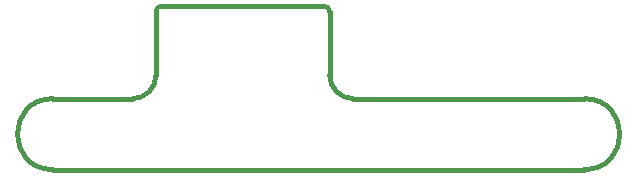
<source format=gm1>
G04 #@! TF.GenerationSoftware,KiCad,Pcbnew,(5.1.4)-1*
G04 #@! TF.CreationDate,2020-09-26T21:24:13-04:00*
G04 #@! TF.ProjectId,SOC Indicator Sub,534f4320-496e-4646-9963-61746f722053,rev?*
G04 #@! TF.SameCoordinates,Original*
G04 #@! TF.FileFunction,Profile,NP*
%FSLAX46Y46*%
G04 Gerber Fmt 4.6, Leading zero omitted, Abs format (unit mm)*
G04 Created by KiCad (PCBNEW (5.1.4)-1) date 2020-09-26 21:24:13*
%MOMM*%
%LPD*%
G04 APERTURE LIST*
%ADD10C,0.381000*%
G04 APERTURE END LIST*
D10*
X144999998Y-97000001D02*
X125429998Y-97000001D01*
X108729999Y-95000001D02*
G75*
G02X106729999Y-97000001I-2000000J0D01*
G01*
X122929998Y-89150002D02*
G75*
G02X123429998Y-89650000I1J-499999D01*
G01*
X144999997Y-97000000D02*
G75*
G02X144999999Y-103000000I1J-3000000D01*
G01*
X123429998Y-95000001D02*
X123429998Y-89650000D01*
X106729999Y-97000001D02*
X99999999Y-97000001D01*
X125429998Y-97000001D02*
G75*
G02X123429998Y-95000001I0J2000000D01*
G01*
X100000000Y-103000000D02*
X144999999Y-103000000D01*
X108729999Y-89650000D02*
X108729999Y-95000001D01*
X100000001Y-102999999D02*
G75*
G02X99999999Y-97000001I-1J2999999D01*
G01*
X108729999Y-89650001D02*
G75*
G02X109229999Y-89150001I500000J0D01*
G01*
X122929998Y-89150001D02*
X109229999Y-89150001D01*
M02*

</source>
